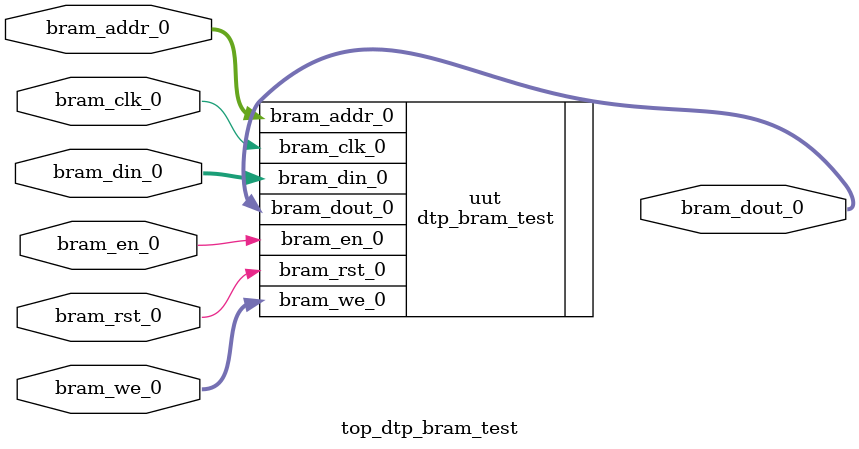
<source format=v>
module top_dtp_bram_test #(
    localparam DTP_BRAM_AWIDTH      = 14
) (
    (* X_INTERFACE_PARAMETER = "MASTER_TYPE BRAM_CTRL,MEM_ECC NONE,MEM_WIDTH 32,MEM_SIZE 65536,READ_WRITE_MODE READ_WRITE" *)
    (* X_INTERFACE_INFO = "xilinx.com:interface:bram:1.0 DTP_BRAM_PORT_0 EN" *)
    input                           bram_en_0, // Chip Enable Signal (optional)
    (* X_INTERFACE_INFO = "xilinx.com:interface:bram:1.0 DTP_BRAM_PORT_0 DOUT" *)
    output [31 : 0]                 bram_dout_0, // Data Out Bus (optional)
    (* X_INTERFACE_INFO = "xilinx.com:interface:bram:1.0 DTP_BRAM_PORT_0 DIN" *)
    input [31 : 0]                  bram_din_0, // Data In Bus (optional)
    (* X_INTERFACE_INFO = "xilinx.com:interface:bram:1.0 DTP_BRAM_PORT_0 WE" *)
    input [3 : 0]                   bram_we_0, // Byte Enables (optional)
    (* X_INTERFACE_INFO = "xilinx.com:interface:bram:1.0 DTP_BRAM_PORT_0 ADDR" *)
    input [DTP_BRAM_AWIDTH+2-1 : 0] bram_addr_0, // Address Signal (required)
    (* X_INTERFACE_INFO = "xilinx.com:interface:bram:1.0 DTP_BRAM_PORT_0 CLK" *)
    input                           bram_clk_0, // Clock Signal (required)
    (* X_INTERFACE_INFO = "xilinx.com:interface:bram:1.0 DTP_BRAM_PORT_0 RST" *)
    input                           bram_rst_0 // Reset Signal (required)
);

    dtp_bram_test uut (
        .bram_en_0   (bram_en_0  ),   
        .bram_dout_0 (bram_dout_0),       
        .bram_din_0  (bram_din_0 ),       
        .bram_we_0   (bram_we_0  ),   
        .bram_addr_0 (bram_addr_0),       
        .bram_clk_0  (bram_clk_0 ),   
        .bram_rst_0  (bram_rst_0 )   
    );
    
endmodule
</source>
